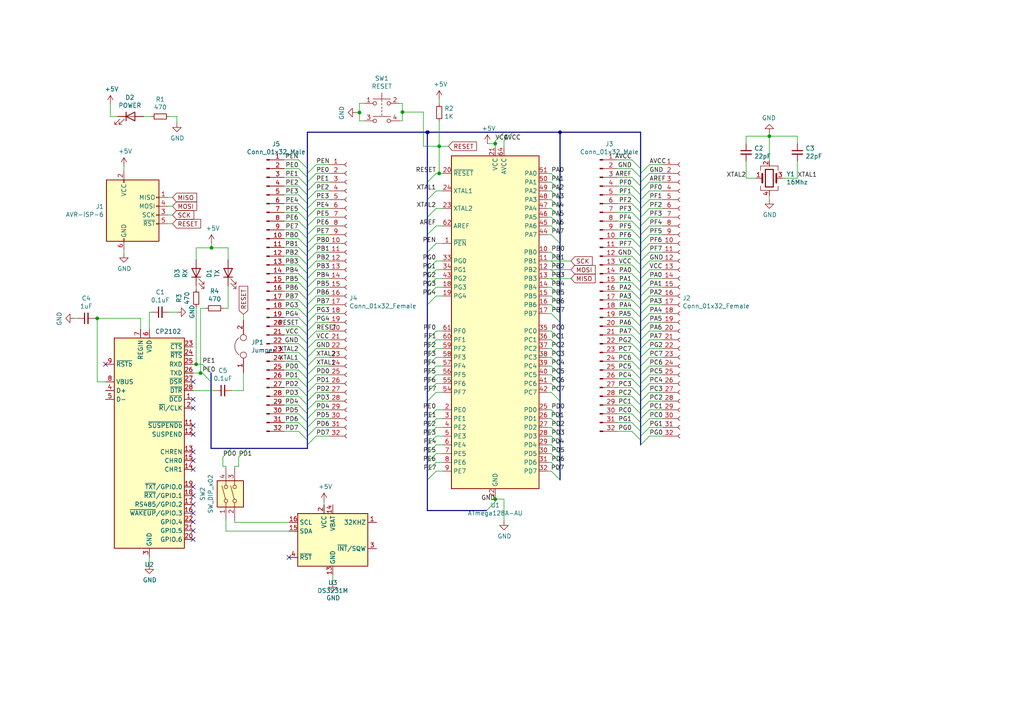
<source format=kicad_sch>
(kicad_sch (version 20211123) (generator eeschema)
  (paper "A4")
  (junction (at 127.381 42.418))
  (junction (at 127.381 50.292))
  (junction (at 162.433 38.354))
  (junction (at 28.194 92.329))
  (junction (at 143.637 144.78))
  (junction (at 56.896 105.664))
  (junction (at 223.139 39.497))
  (junction (at 104.267 32.639))
  (junction (at 123.952 38.354))
  (junction (at 58.166 108.204))
  (junction (at 124.079 38.354))
  (junction (at 143.637 41.656))
  (junction (at 61.341 71.882))
  (junction (at 116.713 32.512))
  (no_connect (at 56.007 151.384))
  (no_connect (at 56.007 136.144))
  (no_connect (at 56.007 148.844))
  (no_connect (at 56.007 153.924))
  (no_connect (at 56.007 110.744))
  (no_connect (at 56.007 141.224))
  (no_connect (at 56.007 118.364))
  (no_connect (at 56.007 143.764))
  (no_connect (at 56.007 156.464))
  (no_connect (at 56.007 131.064))
  (no_connect (at 56.007 146.304))
  (no_connect (at 56.007 125.984))
  (no_connect (at 30.607 105.664))
  (no_connect (at 56.007 115.824))
  (no_connect (at 56.007 133.604))
  (no_connect (at 83.82 161.671))
  (no_connect (at 56.007 123.444))
  (bus_entry (at 91.694 78.232) (size -2.54 2.54))
  (bus_entry (at 183.261 107.315) (size 2.54 2.54))
  (bus_entry (at 91.694 118.872) (size -2.54 2.54))
  (bus_entry (at 69.215 132.588) (size 2.54 -2.54))
  (bus_entry (at 188.341 83.312) (size -2.54 2.54))
  (bus_entry (at 183.261 64.135) (size 2.54 2.54))
  (bus_entry (at 91.694 101.092) (size -2.54 2.54))
  (bus_entry (at 91.694 103.632) (size -2.54 2.54))
  (bus_entry (at 183.261 81.915) (size 2.54 2.54))
  (bus_entry (at 159.893 103.632) (size 2.54 2.54))
  (bus_entry (at 91.694 68.072) (size -2.54 2.54))
  (bus_entry (at 91.694 88.392) (size -2.54 2.54))
  (bus_entry (at 126.492 123.952) (size -2.54 2.54))
  (bus_entry (at 183.261 66.675) (size 2.54 2.54))
  (bus_entry (at 126.492 126.492) (size -2.54 2.54))
  (bus_entry (at 91.694 80.772) (size -2.54 2.54))
  (bus_entry (at 159.893 98.552) (size 2.54 2.54))
  (bus_entry (at 188.341 65.532) (size -2.54 2.54))
  (bus_entry (at 91.694 62.992) (size -2.54 2.54))
  (bus_entry (at 188.341 106.172) (size -2.54 2.54))
  (bus_entry (at 159.893 90.932) (size 2.54 2.54))
  (bus_entry (at 159.893 126.492) (size 2.54 2.54))
  (bus_entry (at 86.614 69.215) (size 2.54 2.54))
  (bus_entry (at 159.893 68.072) (size 2.54 2.54))
  (bus_entry (at 159.893 121.412) (size 2.54 2.54))
  (bus_entry (at 143.637 40.894) (size 2.54 -2.54))
  (bus_entry (at 188.341 108.712) (size -2.54 2.54))
  (bus_entry (at 159.893 62.992) (size 2.54 2.54))
  (bus_entry (at 141.097 148.082) (size 2.54 -2.54))
  (bus_entry (at 86.614 64.135) (size 2.54 2.54))
  (bus_entry (at 183.261 84.455) (size 2.54 2.54))
  (bus_entry (at 91.694 126.492) (size -2.54 2.54))
  (bus_entry (at 188.341 80.772) (size -2.54 2.54))
  (bus_entry (at 159.893 78.232) (size 2.54 2.54))
  (bus_entry (at 159.893 73.152) (size 2.54 2.54))
  (bus_entry (at 188.341 103.632) (size -2.54 2.54))
  (bus_entry (at 86.614 102.235) (size 2.54 2.54))
  (bus_entry (at 126.492 78.232) (size -2.54 2.54))
  (bus_entry (at 126.492 85.852) (size -2.54 2.54))
  (bus_entry (at 183.261 109.855) (size 2.54 2.54))
  (bus_entry (at 126.492 113.792) (size -2.54 2.54))
  (bus_entry (at 188.341 55.372) (size -2.54 2.54))
  (bus_entry (at 86.614 56.515) (size 2.54 2.54))
  (bus_entry (at 91.694 73.152) (size -2.54 2.54))
  (bus_entry (at 183.261 117.475) (size 2.54 2.54))
  (bus_entry (at 86.614 94.615) (size 2.54 2.54))
  (bus_entry (at 159.893 136.652) (size 2.54 2.54))
  (bus_entry (at 159.893 101.092) (size 2.54 2.54))
  (bus_entry (at 159.893 131.572) (size 2.54 2.54))
  (bus_entry (at 188.341 93.472) (size -2.54 2.54))
  (bus_entry (at 86.614 125.095) (size 2.54 2.54))
  (bus_entry (at 159.893 85.852) (size 2.54 2.54))
  (bus_entry (at 159.893 52.832) (size 2.54 2.54))
  (bus_entry (at 183.261 71.755) (size 2.54 2.54))
  (bus_entry (at 91.694 106.172) (size -2.54 2.54))
  (bus_entry (at 188.341 50.292) (size -2.54 2.54))
  (bus_entry (at 91.694 55.372) (size -2.54 2.54))
  (bus_entry (at 86.614 117.475) (size 2.54 2.54))
  (bus_entry (at 159.893 57.912) (size 2.54 2.54))
  (bus_entry (at 188.341 126.492) (size -2.54 2.54))
  (bus_entry (at 126.619 121.412) (size -2.54 2.54))
  (bus_entry (at 86.614 66.675) (size 2.54 2.54))
  (bus_entry (at 91.694 83.312) (size -2.54 2.54))
  (bus_entry (at 64.643 132.588) (size 2.54 -2.54))
  (bus_entry (at 188.341 57.912) (size -2.54 2.54))
  (bus_entry (at 159.893 65.532) (size 2.54 2.54))
  (bus_entry (at 183.261 46.355) (size 2.54 2.54))
  (bus_entry (at 86.614 79.375) (size 2.54 2.54))
  (bus_entry (at 91.694 93.472) (size -2.54 2.54))
  (bus_entry (at 183.261 97.155) (size 2.54 2.54))
  (bus_entry (at 183.261 61.595) (size 2.54 2.54))
  (bus_entry (at 91.694 123.952) (size -2.54 2.54))
  (bus_entry (at 126.492 65.532) (size -2.54 2.54))
  (bus_entry (at 126.492 75.692) (size -2.54 2.54))
  (bus_entry (at 188.341 52.832) (size -2.54 2.54))
  (bus_entry (at 183.261 99.695) (size 2.54 2.54))
  (bus_entry (at 91.694 96.012) (size -2.54 2.54))
  (bus_entry (at 86.614 112.395) (size 2.54 2.54))
  (bus_entry (at 86.614 84.455) (size 2.54 2.54))
  (bus_entry (at 126.492 101.092) (size -2.54 2.54))
  (bus_entry (at 188.341 75.692) (size -2.54 2.54))
  (bus_entry (at 86.614 120.015) (size 2.54 2.54))
  (bus_entry (at 159.893 83.312) (size 2.54 2.54))
  (bus_entry (at 159.893 113.792) (size 2.54 2.54))
  (bus_entry (at 91.694 60.452) (size -2.54 2.54))
  (bus_entry (at 183.261 56.515) (size 2.54 2.54))
  (bus_entry (at 183.261 104.775) (size 2.54 2.54))
  (bus_entry (at 86.614 81.915) (size 2.54 2.54))
  (bus_entry (at 183.261 120.015) (size 2.54 2.54))
  (bus_entry (at 86.614 114.935) (size 2.54 2.54))
  (bus_entry (at 86.614 104.775) (size 2.54 2.54))
  (bus_entry (at 183.261 59.055) (size 2.54 2.54))
  (bus_entry (at 183.261 89.535) (size 2.54 2.54))
  (bus_entry (at 91.694 65.532) (size -2.54 2.54))
  (bus_entry (at 86.614 61.595) (size 2.54 2.54))
  (bus_entry (at 183.261 125.095) (size 2.54 2.54))
  (bus_entry (at 58.674 108.204) (size 2.54 2.54))
  (bus_entry (at 126.492 80.772) (size -2.54 2.54))
  (bus_entry (at 159.893 96.012) (size 2.54 2.54))
  (bus_entry (at 188.341 68.072) (size -2.54 2.54))
  (bus_entry (at 188.341 118.872) (size -2.54 2.54))
  (bus_entry (at 183.261 53.975) (size 2.54 2.54))
  (bus_entry (at 86.614 107.315) (size 2.54 2.54))
  (bus_entry (at 126.492 129.032) (size -2.54 2.54))
  (bus_entry (at 188.341 123.952) (size -2.54 2.54))
  (bus_entry (at 86.614 48.895) (size 2.54 2.54))
  (bus_entry (at 58.674 105.664) (size 2.54 2.54))
  (bus_entry (at 159.893 129.032) (size 2.54 2.54))
  (bus_entry (at 86.614 71.755) (size 2.54 2.54))
  (bus_entry (at 159.893 118.872) (size 2.54 2.54))
  (bus_entry (at 91.694 113.792) (size -2.54 2.54))
  (bus_entry (at 86.614 46.355) (size 2.54 2.54))
  (bus_entry (at 91.694 121.412) (size -2.54 2.54))
  (bus_entry (at 126.492 55.372) (size -2.54 2.54))
  (bus_entry (at 188.341 62.992) (size -2.54 2.54))
  (bus_entry (at 86.614 51.435) (size 2.54 2.54))
  (bus_entry (at 91.694 85.852) (size -2.54 2.54))
  (bus_entry (at 159.893 50.292) (size 2.54 2.54))
  (bus_entry (at 91.694 108.712) (size -2.54 2.54))
  (bus_entry (at 86.614 86.995) (size 2.54 2.54))
  (bus_entry (at 126.492 70.612) (size -2.54 2.54))
  (bus_entry (at 159.893 60.452) (size 2.54 2.54))
  (bus_entry (at 126.492 118.872) (size -2.54 2.54))
  (bus_entry (at 91.694 47.752) (size -2.54 2.54))
  (bus_entry (at 183.261 69.215) (size 2.54 2.54))
  (bus_entry (at 126.492 131.572) (size -2.54 2.54))
  (bus_entry (at 126.492 103.632) (size -2.54 2.54))
  (bus_entry (at 126.492 50.292) (size -2.54 2.54))
  (bus_entry (at 183.261 86.995) (size 2.54 2.54))
  (bus_entry (at 159.893 106.172) (size 2.54 2.54))
  (bus_entry (at 183.261 48.895) (size 2.54 2.54))
  (bus_entry (at 86.614 89.535) (size 2.54 2.54))
  (bus_entry (at 188.341 85.852) (size -2.54 2.54))
  (bus_entry (at 183.261 51.435) (size 2.54 2.54))
  (bus_entry (at 159.893 55.372) (size 2.54 2.54))
  (bus_entry (at 91.694 57.912) (size -2.54 2.54))
  (bus_entry (at 188.341 47.752) (size -2.54 2.54))
  (bus_entry (at 126.492 83.312) (size -2.54 2.54))
  (bus_entry (at 126.492 134.112) (size -2.54 2.54))
  (bus_entry (at 126.492 60.452) (size -2.54 2.54))
  (bus_entry (at 86.614 53.975) (size 2.54 2.54))
  (bus_entry (at 188.341 121.412) (size -2.54 2.54))
  (bus_entry (at 126.492 136.652) (size -2.54 2.54))
  (bus_entry (at 126.492 98.552) (size -2.54 2.54))
  (bus_entry (at 91.694 90.932) (size -2.54 2.54))
  (bus_entry (at 188.341 96.012) (size -2.54 2.54))
  (bus_entry (at 91.694 52.832) (size -2.54 2.54))
  (bus_entry (at 159.893 80.772) (size 2.54 2.54))
  (bus_entry (at 126.492 96.012) (size -2.54 2.54))
  (bus_entry (at 159.893 123.952) (size 2.54 2.54))
  (bus_entry (at 188.341 60.452) (size -2.54 2.54))
  (bus_entry (at 188.341 98.552) (size -2.54 2.54))
  (bus_entry (at 91.694 50.292) (size -2.54 2.54))
  (bus_entry (at 91.694 75.692) (size -2.54 2.54))
  (bus_entry (at 86.614 122.555) (size 2.54 2.54))
  (bus_entry (at 86.614 76.835) (size 2.54 2.54))
  (bus_entry (at 86.614 109.855) (size 2.54 2.54))
  (bus_entry (at 183.261 74.295) (size 2.54 2.54))
  (bus_entry (at 159.893 108.712) (size 2.54 2.54))
  (bus_entry (at 86.614 99.695) (size 2.54 2.54))
  (bus_entry (at 159.893 75.692) (size 2.54 2.54))
  (bus_entry (at 188.341 116.332) (size -2.54 2.54))
  (bus_entry (at 183.261 112.395) (size 2.54 2.54))
  (bus_entry (at 188.341 70.612) (size -2.54 2.54))
  (bus_entry (at 126.492 111.252) (size -2.54 2.54))
  (bus_entry (at 86.614 92.075) (size 2.54 2.54))
  (bus_entry (at 183.261 94.615) (size 2.54 2.54))
  (bus_entry (at 91.694 70.612) (size -2.54 2.54))
  (bus_entry (at 183.261 92.075) (size 2.54 2.54))
  (bus_entry (at 126.492 108.712) (size -2.54 2.54))
  (bus_entry (at 86.614 97.155) (size 2.54 2.54))
  (bus_entry (at 188.341 111.252) (size -2.54 2.54))
  (bus_entry (at 183.261 122.555) (size 2.54 2.54))
  (bus_entry (at 159.893 88.392) (size 2.54 2.54))
  (bus_entry (at 146.177 40.894) (size 2.54 -2.54))
  (bus_entry (at 188.341 73.152) (size -2.54 2.54))
  (bus_entry (at 86.614 59.055) (size 2.54 2.54))
  (bus_entry (at 126.492 106.172) (size -2.54 2.54))
  (bus_entry (at 183.261 76.835) (size 2.54 2.54))
  (bus_entry (at 188.341 78.232) (size -2.54 2.54))
  (bus_entry (at 91.694 116.332) (size -2.54 2.54))
  (bus_entry (at 183.261 114.935) (size 2.54 2.54))
  (bus_entry (at 188.341 113.792) (size -2.54 2.54))
  (bus_entry (at 188.341 88.392) (size -2.54 2.54))
  (bus_entry (at 188.341 90.932) (size -2.54 2.54))
  (bus_entry (at 183.261 102.235) (size 2.54 2.54))
  (bus_entry (at 91.694 111.252) (size -2.54 2.54))
  (bus_entry (at 91.694 98.552) (size -2.54 2.54))
  (bus_entry (at 188.341 101.092) (size -2.54 2.54))
  (bus_entry (at 183.261 79.375) (size 2.54 2.54))
  (bus_entry (at 86.614 74.295) (size 2.54 2.54))
  (bus_entry (at 159.893 111.252) (size 2.54 2.54))
  (bus_entry (at 159.893 134.112) (size 2.54 2.54))
  (wire (pts (xy 28.194 92.329) (xy 40.767 92.329)))
  (bus (pts (xy 185.801 113.792) (xy 185.801 114.935)))
  (bus (pts (xy 123.952 73.152) (xy 123.952 78.232)))
  (wire (pts (xy 115.824 35.052) (xy 116.713 35.052)))
  (wire (pts (xy 95.504 68.072) (xy 91.694 68.072)))
  (wire (pts (xy 159.893 65.532) (xy 158.877 65.532)))
  (bus (pts (xy 185.801 55.372) (xy 185.801 56.515)))
  (wire (pts (xy 192.151 78.232) (xy 188.341 78.232)))
  (wire (pts (xy 50.038 59.817) (xy 48.641 59.817)))
  (bus (pts (xy 146.177 38.354) (xy 148.717 38.354)))
  (bus (pts (xy 89.154 88.392) (xy 89.154 89.535)))
  (wire (pts (xy 35.941 73.533) (xy 35.941 72.517)))
  (bus (pts (xy 162.433 65.532) (xy 162.433 68.072)))
  (wire (pts (xy 51.308 90.551) (xy 49.022 90.551)))
  (wire (pts (xy 103.505 32.639) (xy 104.267 32.639)))
  (bus (pts (xy 185.801 121.412) (xy 185.801 122.555)))
  (wire (pts (xy 56.896 105.664) (xy 56.007 105.664)))
  (wire (pts (xy 86.614 120.015) (xy 82.423 120.015)))
  (wire (pts (xy 82.423 84.455) (xy 86.614 84.455)))
  (wire (pts (xy 68.072 135.636) (xy 68.072 135.255)))
  (wire (pts (xy 143.637 144.78) (xy 143.637 145.542)))
  (wire (pts (xy 159.893 126.492) (xy 158.877 126.492)))
  (bus (pts (xy 185.801 101.092) (xy 185.801 102.235)))
  (bus (pts (xy 162.433 62.992) (xy 162.433 65.532)))
  (bus (pts (xy 89.154 48.895) (xy 89.154 50.292)))
  (wire (pts (xy 216.408 46.736) (xy 216.408 51.689)))
  (wire (pts (xy 159.893 60.452) (xy 158.877 60.452)))
  (wire (pts (xy 40.767 95.504) (xy 40.767 92.329)))
  (wire (pts (xy 158.877 129.032) (xy 159.893 129.032)))
  (wire (pts (xy 61.341 70.612) (xy 61.341 71.882)))
  (wire (pts (xy 126.492 131.572) (xy 128.397 131.572)))
  (bus (pts (xy 89.154 107.315) (xy 89.154 108.712)))
  (bus (pts (xy 89.154 104.775) (xy 89.154 106.172)))
  (bus (pts (xy 162.433 70.612) (xy 162.433 75.692)))
  (wire (pts (xy 95.504 78.232) (xy 91.694 78.232)))
  (wire (pts (xy 126.492 118.872) (xy 128.397 118.872)))
  (wire (pts (xy 231.267 39.497) (xy 231.267 41.656)))
  (bus (pts (xy 162.433 103.632) (xy 162.433 106.172)))
  (wire (pts (xy 158.877 52.832) (xy 159.893 52.832)))
  (bus (pts (xy 162.433 88.392) (xy 162.433 90.932)))
  (bus (pts (xy 162.433 78.232) (xy 162.433 80.772)))
  (wire (pts (xy 179.07 89.535) (xy 183.261 89.535)))
  (wire (pts (xy 159.893 98.552) (xy 158.877 98.552)))
  (wire (pts (xy 126.492 98.552) (xy 128.397 98.552)))
  (bus (pts (xy 148.717 38.354) (xy 162.433 38.354)))
  (wire (pts (xy 126.492 96.012) (xy 128.397 96.012)))
  (bus (pts (xy 89.154 99.695) (xy 89.154 101.092)))
  (bus (pts (xy 89.154 90.932) (xy 89.154 92.075)))
  (wire (pts (xy 159.893 73.152) (xy 158.877 73.152)))
  (bus (pts (xy 185.801 94.615) (xy 185.801 96.012)))
  (wire (pts (xy 96.52 169.037) (xy 96.52 166.751)))
  (bus (pts (xy 185.801 125.095) (xy 185.801 126.492)))
  (bus (pts (xy 185.801 84.455) (xy 185.801 85.852)))
  (bus (pts (xy 89.154 92.075) (xy 89.154 93.472)))
  (bus (pts (xy 123.952 139.192) (xy 123.952 148.082)))
  (wire (pts (xy 82.423 51.435) (xy 86.614 51.435)))
  (wire (pts (xy 188.341 108.712) (xy 192.151 108.712)))
  (bus (pts (xy 185.801 86.995) (xy 185.801 88.392)))
  (wire (pts (xy 179.07 64.135) (xy 183.261 64.135)))
  (wire (pts (xy 127.381 35.179) (xy 127.381 42.418)))
  (wire (pts (xy 126.492 113.792) (xy 128.397 113.792)))
  (wire (pts (xy 183.261 120.015) (xy 179.07 120.015)))
  (wire (pts (xy 32.004 30.226) (xy 32.004 33.782)))
  (wire (pts (xy 188.341 121.412) (xy 192.151 121.412)))
  (wire (pts (xy 95.504 116.332) (xy 91.694 116.332)))
  (wire (pts (xy 64.77 89.408) (xy 66.167 89.408)))
  (wire (pts (xy 188.341 60.452) (xy 192.151 60.452)))
  (bus (pts (xy 89.154 79.375) (xy 89.154 80.772)))
  (bus (pts (xy 89.154 109.855) (xy 89.154 111.252)))
  (wire (pts (xy 69.215 135.255) (xy 69.215 132.588)))
  (wire (pts (xy 82.423 61.595) (xy 86.614 61.595)))
  (bus (pts (xy 89.154 121.412) (xy 89.154 122.555)))
  (bus (pts (xy 89.154 118.872) (xy 89.154 120.015)))
  (bus (pts (xy 123.952 134.112) (xy 123.952 136.652)))
  (wire (pts (xy 91.694 121.412) (xy 95.504 121.412)))
  (wire (pts (xy 183.261 46.355) (xy 179.07 46.355)))
  (wire (pts (xy 188.341 101.092) (xy 192.151 101.092)))
  (wire (pts (xy 82.423 53.975) (xy 86.614 53.975)))
  (wire (pts (xy 183.261 102.235) (xy 179.07 102.235)))
  (wire (pts (xy 192.151 62.992) (xy 188.341 62.992)))
  (bus (pts (xy 89.154 114.935) (xy 89.154 116.332)))
  (wire (pts (xy 223.139 39.497) (xy 223.139 38.608)))
  (wire (pts (xy 188.341 103.632) (xy 192.151 103.632)))
  (bus (pts (xy 185.801 117.475) (xy 185.801 118.872)))
  (wire (pts (xy 126.492 108.712) (xy 128.397 108.712)))
  (bus (pts (xy 89.154 71.755) (xy 89.154 73.152)))
  (bus (pts (xy 89.154 66.675) (xy 89.154 68.072)))
  (wire (pts (xy 50.038 62.357) (xy 48.641 62.357)))
  (wire (pts (xy 159.893 103.632) (xy 158.877 103.632)))
  (wire (pts (xy 91.694 60.452) (xy 95.504 60.452)))
  (wire (pts (xy 95.504 75.692) (xy 91.694 75.692)))
  (wire (pts (xy 158.877 62.992) (xy 159.893 62.992)))
  (wire (pts (xy 179.07 51.435) (xy 183.261 51.435)))
  (wire (pts (xy 126.492 78.232) (xy 128.397 78.232)))
  (bus (pts (xy 185.801 97.155) (xy 185.801 98.552)))
  (wire (pts (xy 91.694 103.632) (xy 95.504 103.632)))
  (wire (pts (xy 82.423 66.675) (xy 86.614 66.675)))
  (bus (pts (xy 185.801 71.755) (xy 185.801 73.152)))
  (bus (pts (xy 162.433 113.792) (xy 162.433 116.332)))
  (wire (pts (xy 192.151 57.912) (xy 188.341 57.912)))
  (wire (pts (xy 162.433 75.692) (xy 165.608 75.692)))
  (wire (pts (xy 159.893 111.252) (xy 158.877 111.252)))
  (wire (pts (xy 159.893 78.232) (xy 162.433 78.232)))
  (wire (pts (xy 141.351 41.656) (xy 143.637 41.656)))
  (bus (pts (xy 89.154 64.135) (xy 89.154 65.532)))
  (wire (pts (xy 158.877 55.372) (xy 159.893 55.372)))
  (wire (pts (xy 86.614 46.355) (xy 82.423 46.355)))
  (wire (pts (xy 183.261 107.315) (xy 179.07 107.315)))
  (bus (pts (xy 185.801 52.832) (xy 185.801 53.975)))
  (wire (pts (xy 192.151 73.152) (xy 188.341 73.152)))
  (wire (pts (xy 43.307 163.83) (xy 43.307 161.544)))
  (wire (pts (xy 143.637 41.656) (xy 143.637 40.894)))
  (wire (pts (xy 158.877 121.412) (xy 159.893 121.412)))
  (wire (pts (xy 91.694 118.872) (xy 95.504 118.872)))
  (bus (pts (xy 162.433 38.354) (xy 185.801 38.354)))
  (wire (pts (xy 126.492 134.112) (xy 128.397 134.112)))
  (bus (pts (xy 89.154 94.615) (xy 89.154 96.012)))
  (bus (pts (xy 89.154 112.395) (xy 89.154 113.792)))
  (wire (pts (xy 158.877 75.692) (xy 159.893 75.692)))
  (wire (pts (xy 179.07 84.455) (xy 183.261 84.455)))
  (wire (pts (xy 51.308 35.687) (xy 51.308 33.782)))
  (wire (pts (xy 127.381 50.292) (xy 128.397 50.292)))
  (wire (pts (xy 82.423 76.835) (xy 86.614 76.835)))
  (wire (pts (xy 86.614 107.315) (xy 82.423 107.315)))
  (wire (pts (xy 192.151 68.072) (xy 188.341 68.072)))
  (wire (pts (xy 66.167 89.408) (xy 66.167 82.931)))
  (bus (pts (xy 89.154 93.472) (xy 89.154 94.615)))
  (bus (pts (xy 185.801 57.912) (xy 185.801 59.055)))
  (wire (pts (xy 188.341 80.772) (xy 192.151 80.772)))
  (bus (pts (xy 185.801 51.435) (xy 185.801 52.832)))
  (wire (pts (xy 126.492 101.092) (xy 128.397 101.092)))
  (bus (pts (xy 89.154 50.292) (xy 89.154 51.435)))
  (bus (pts (xy 123.952 83.312) (xy 123.952 85.852)))
  (wire (pts (xy 126.492 55.372) (xy 128.397 55.372)))
  (wire (pts (xy 65.532 154.051) (xy 83.82 154.051)))
  (wire (pts (xy 32.004 33.782) (xy 34.036 33.782)))
  (bus (pts (xy 89.154 56.515) (xy 89.154 57.912)))
  (wire (pts (xy 91.694 47.752) (xy 95.504 47.752)))
  (wire (pts (xy 43.307 90.551) (xy 43.942 90.551)))
  (wire (pts (xy 91.694 106.172) (xy 95.504 106.172)))
  (wire (pts (xy 159.893 68.072) (xy 158.877 68.072)))
  (bus (pts (xy 162.433 60.452) (xy 162.433 62.992)))
  (bus (pts (xy 89.154 78.232) (xy 89.154 79.375)))
  (wire (pts (xy 91.694 93.472) (xy 95.504 93.472)))
  (bus (pts (xy 61.214 108.204) (xy 61.214 110.744)))
  (wire (pts (xy 86.614 109.855) (xy 82.423 109.855)))
  (wire (pts (xy 82.423 81.915) (xy 86.614 81.915)))
  (wire (pts (xy 43.307 95.504) (xy 43.307 90.551)))
  (bus (pts (xy 185.801 118.872) (xy 185.801 120.015)))
  (wire (pts (xy 116.713 35.052) (xy 116.713 32.512)))
  (bus (pts (xy 162.433 123.952) (xy 162.433 126.492)))
  (bus (pts (xy 89.154 111.252) (xy 89.154 112.395)))
  (bus (pts (xy 89.154 86.995) (xy 89.154 88.392)))
  (wire (pts (xy 56.896 71.882) (xy 61.341 71.882)))
  (wire (pts (xy 30.607 110.744) (xy 28.194 110.744)))
  (bus (pts (xy 89.154 52.832) (xy 89.154 53.975)))
  (wire (pts (xy 192.151 50.292) (xy 188.341 50.292)))
  (bus (pts (xy 89.154 55.372) (xy 89.154 56.515)))
  (bus (pts (xy 89.154 102.235) (xy 89.154 103.632)))
  (wire (pts (xy 158.877 88.392) (xy 159.893 88.392)))
  (bus (pts (xy 141.097 148.082) (xy 123.952 148.082)))
  (wire (pts (xy 91.694 96.012) (xy 95.504 96.012)))
  (wire (pts (xy 82.423 97.155) (xy 86.614 97.155)))
  (wire (pts (xy 143.637 42.672) (xy 143.637 41.656)))
  (wire (pts (xy 162.433 80.772) (xy 165.608 80.772)))
  (wire (pts (xy 95.504 73.152) (xy 91.694 73.152)))
  (bus (pts (xy 123.952 52.832) (xy 123.952 57.912)))
  (wire (pts (xy 216.408 41.656) (xy 216.408 39.497)))
  (bus (pts (xy 123.952 80.772) (xy 123.952 83.312)))
  (wire (pts (xy 179.07 74.295) (xy 183.261 74.295)))
  (bus (pts (xy 162.433 83.312) (xy 162.433 85.852)))
  (wire (pts (xy 70.612 108.077) (xy 70.612 113.284)))
  (wire (pts (xy 188.341 113.792) (xy 192.151 113.792)))
  (bus (pts (xy 162.433 111.252) (xy 162.433 113.792)))
  (wire (pts (xy 95.504 65.532) (xy 91.694 65.532)))
  (bus (pts (xy 185.801 74.295) (xy 185.801 75.692)))
  (wire (pts (xy 192.151 70.612) (xy 188.341 70.612)))
  (wire (pts (xy 82.423 69.215) (xy 86.614 69.215)))
  (bus (pts (xy 123.952 62.992) (xy 123.952 68.072)))
  (wire (pts (xy 188.341 88.392) (xy 192.151 88.392)))
  (wire (pts (xy 188.341 90.932) (xy 192.151 90.932)))
  (wire (pts (xy 27.559 92.329) (xy 28.194 92.329)))
  (wire (pts (xy 158.877 83.312) (xy 159.893 83.312)))
  (wire (pts (xy 179.07 86.995) (xy 183.261 86.995)))
  (wire (pts (xy 86.614 112.395) (xy 82.423 112.395)))
  (bus (pts (xy 67.183 130.048) (xy 71.755 130.048)))
  (bus (pts (xy 89.154 57.912) (xy 89.154 59.055)))
  (bus (pts (xy 185.801 60.452) (xy 185.801 61.595)))
  (wire (pts (xy 64.643 135.255) (xy 65.532 135.255)))
  (wire (pts (xy 68.072 150.876) (xy 68.072 151.511)))
  (wire (pts (xy 159.893 134.112) (xy 158.877 134.112)))
  (wire (pts (xy 65.532 150.876) (xy 65.532 154.051)))
  (wire (pts (xy 82.423 56.515) (xy 86.614 56.515)))
  (bus (pts (xy 162.433 57.912) (xy 162.433 60.452)))
  (bus (pts (xy 162.433 68.072) (xy 162.433 70.612)))
  (wire (pts (xy 188.341 118.872) (xy 192.151 118.872)))
  (wire (pts (xy 226.949 51.689) (xy 231.267 51.689)))
  (wire (pts (xy 126.492 80.772) (xy 128.397 80.772)))
  (bus (pts (xy 185.801 62.992) (xy 185.801 64.135)))
  (wire (pts (xy 70.612 91.186) (xy 70.612 92.837)))
  (bus (pts (xy 123.952 88.392) (xy 123.952 98.552)))
  (wire (pts (xy 179.07 61.595) (xy 183.261 61.595)))
  (wire (pts (xy 56.007 113.284) (xy 62.103 113.284)))
  (wire (pts (xy 82.423 114.935) (xy 86.614 114.935)))
  (wire (pts (xy 86.614 117.475) (xy 82.423 117.475)))
  (wire (pts (xy 159.893 131.572) (xy 158.877 131.572)))
  (bus (pts (xy 123.952 101.092) (xy 123.952 103.632)))
  (wire (pts (xy 91.694 108.712) (xy 95.504 108.712)))
  (bus (pts (xy 162.433 134.112) (xy 162.433 136.652)))
  (bus (pts (xy 89.154 106.172) (xy 89.154 107.315)))
  (bus (pts (xy 185.801 79.375) (xy 185.801 80.772)))
  (wire (pts (xy 159.893 90.932) (xy 158.877 90.932)))
  (wire (pts (xy 105.664 35.052) (xy 104.267 35.052)))
  (wire (pts (xy 126.492 111.252) (xy 128.397 111.252)))
  (bus (pts (xy 89.154 117.475) (xy 89.154 118.872)))
  (bus (pts (xy 89.154 129.032) (xy 89.154 130.048)))
  (bus (pts (xy 185.801 93.472) (xy 185.801 94.615)))
  (bus (pts (xy 123.952 121.412) (xy 123.952 126.492)))
  (wire (pts (xy 58.674 105.664) (xy 56.896 105.664)))
  (wire (pts (xy 179.07 71.755) (xy 183.261 71.755)))
  (bus (pts (xy 123.952 85.852) (xy 123.952 88.392)))
  (bus (pts (xy 162.433 98.552) (xy 162.433 101.092)))
  (wire (pts (xy 179.07 114.935) (xy 183.261 114.935)))
  (bus (pts (xy 185.801 78.232) (xy 185.801 79.375)))
  (bus (pts (xy 185.801 99.695) (xy 185.801 101.092)))
  (wire (pts (xy 183.261 117.475) (xy 179.07 117.475)))
  (bus (pts (xy 89.154 108.712) (xy 89.154 109.855)))
  (wire (pts (xy 126.492 123.952) (xy 128.397 123.952)))
  (wire (pts (xy 116.713 29.972) (xy 115.824 29.972)))
  (wire (pts (xy 56.896 89.027) (xy 56.896 105.664)))
  (bus (pts (xy 89.154 62.992) (xy 89.154 64.135)))
  (bus (pts (xy 89.154 74.295) (xy 89.154 75.692)))
  (bus (pts (xy 89.154 70.612) (xy 89.154 71.755)))
  (wire (pts (xy 126.492 103.632) (xy 128.397 103.632)))
  (bus (pts (xy 185.801 85.852) (xy 185.801 86.995)))
  (wire (pts (xy 143.637 144.78) (xy 146.177 144.78)))
  (bus (pts (xy 185.801 76.835) (xy 185.801 78.232)))
  (bus (pts (xy 185.801 122.555) (xy 185.801 123.952)))
  (wire (pts (xy 48.641 64.897) (xy 50.038 64.897)))
  (bus (pts (xy 89.154 73.152) (xy 89.154 74.295)))
  (wire (pts (xy 58.166 89.408) (xy 59.69 89.408)))
  (wire (pts (xy 126.492 83.312) (xy 128.397 83.312)))
  (wire (pts (xy 126.492 75.692) (xy 128.397 75.692)))
  (bus (pts (xy 162.433 93.472) (xy 162.433 98.552)))
  (wire (pts (xy 65.532 135.255) (xy 65.532 135.636)))
  (bus (pts (xy 185.801 108.712) (xy 185.801 109.855)))
  (wire (pts (xy 95.504 55.372) (xy 91.694 55.372)))
  (bus (pts (xy 89.154 84.455) (xy 89.154 85.852)))
  (wire (pts (xy 86.614 94.615) (xy 82.423 94.615)))
  (wire (pts (xy 86.614 122.555) (xy 82.423 122.555)))
  (wire (pts (xy 61.341 71.882) (xy 66.167 71.882)))
  (bus (pts (xy 89.154 53.975) (xy 89.154 55.372)))
  (bus (pts (xy 89.154 120.015) (xy 89.154 121.412)))
  (wire (pts (xy 95.504 126.492) (xy 91.694 126.492)))
  (wire (pts (xy 159.893 85.852) (xy 158.877 85.852)))
  (wire (pts (xy 91.694 111.252) (xy 95.504 111.252)))
  (bus (pts (xy 89.154 101.092) (xy 89.154 102.235)))
  (wire (pts (xy 86.614 79.375) (xy 82.423 79.375)))
  (wire (pts (xy 159.893 57.912) (xy 158.877 57.912)))
  (wire (pts (xy 183.261 104.775) (xy 179.07 104.775)))
  (wire (pts (xy 159.893 113.792) (xy 158.877 113.792)))
  (wire (pts (xy 56.007 108.204) (xy 58.166 108.204)))
  (wire (pts (xy 188.341 106.172) (xy 192.151 106.172)))
  (wire (pts (xy 82.423 71.755) (xy 86.614 71.755)))
  (bus (pts (xy 89.154 89.535) (xy 89.154 90.932)))
  (wire (pts (xy 159.893 75.692) (xy 162.433 75.692)))
  (wire (pts (xy 95.504 98.552) (xy 91.694 98.552)))
  (bus (pts (xy 185.801 56.515) (xy 185.801 57.912)))
  (bus (pts (xy 123.952 57.912) (xy 123.952 62.992)))
  (wire (pts (xy 223.139 57.912) (xy 223.139 56.769)))
  (bus (pts (xy 124.079 38.354) (xy 146.177 38.354)))
  (wire (pts (xy 116.713 32.512) (xy 122.809 32.512)))
  (wire (pts (xy 192.151 75.692) (xy 188.341 75.692)))
  (bus (pts (xy 162.433 129.032) (xy 162.433 131.572)))
  (bus (pts (xy 185.801 127.635) (xy 185.801 129.032)))
  (wire (pts (xy 95.504 52.832) (xy 91.694 52.832)))
  (wire (pts (xy 104.267 29.972) (xy 105.664 29.972)))
  (bus (pts (xy 185.801 123.952) (xy 185.801 125.095)))
  (bus (pts (xy 162.433 75.692) (xy 162.433 78.232)))
  (bus (pts (xy 162.433 52.832) (xy 162.433 55.372)))
  (wire (pts (xy 158.877 78.232) (xy 159.893 78.232)))
  (bus (pts (xy 89.154 38.354) (xy 89.154 48.895)))
  (wire (pts (xy 128.397 121.412) (xy 126.619 121.412)))
  (wire (pts (xy 192.151 65.532) (xy 188.341 65.532)))
  (wire (pts (xy 116.713 32.512) (xy 116.713 29.972)))
  (wire (pts (xy 159.893 118.872) (xy 158.877 118.872)))
  (wire (pts (xy 188.341 111.252) (xy 192.151 111.252)))
  (bus (pts (xy 89.154 51.435) (xy 89.154 52.832)))
  (wire (pts (xy 126.492 50.292) (xy 127.381 50.292)))
  (wire (pts (xy 223.139 46.609) (xy 223.139 39.497)))
  (bus (pts (xy 162.433 131.572) (xy 162.433 134.112)))
  (bus (pts (xy 123.952 116.332) (xy 123.952 121.412)))
  (bus (pts (xy 89.154 113.792) (xy 89.154 114.935)))
  (wire (pts (xy 82.423 125.095) (xy 86.614 125.095)))
  (bus (pts (xy 185.801 50.292) (xy 185.801 51.435)))
  (wire (pts (xy 126.492 65.532) (xy 128.397 65.532)))
  (wire (pts (xy 179.07 48.895) (xy 183.261 48.895)))
  (wire (pts (xy 22.479 92.329) (xy 21.59 92.329)))
  (bus (pts (xy 185.801 69.215) (xy 185.801 70.612)))
  (wire (pts (xy 86.614 99.695) (xy 82.423 99.695)))
  (wire (pts (xy 126.492 129.032) (xy 128.397 129.032)))
  (wire (pts (xy 159.893 123.952) (xy 158.877 123.952)))
  (wire (pts (xy 146.177 42.672) (xy 146.177 40.894)))
  (wire (pts (xy 66.167 71.882) (xy 66.167 75.311)))
  (wire (pts (xy 82.423 59.055) (xy 86.614 59.055)))
  (bus (pts (xy 185.801 75.692) (xy 185.801 76.835)))
  (wire (pts (xy 95.504 62.992) (xy 91.694 62.992)))
  (bus (pts (xy 89.154 116.332) (xy 89.154 117.475)))
  (wire (pts (xy 183.261 112.395) (xy 179.07 112.395)))
  (bus (pts (xy 123.952 126.492) (xy 123.952 129.032)))
  (bus (pts (xy 162.433 80.772) (xy 162.433 83.312)))
  (wire (pts (xy 64.643 132.588) (xy 64.643 135.255)))
  (bus (pts (xy 185.801 111.252) (xy 185.801 112.395)))
  (wire (pts (xy 183.261 99.695) (xy 179.07 99.695)))
  (wire (pts (xy 86.614 104.775) (xy 82.423 104.775)))
  (wire (pts (xy 35.941 49.657) (xy 35.941 48.26)))
  (bus (pts (xy 162.433 108.712) (xy 162.433 111.252)))
  (wire (pts (xy 58.166 89.408) (xy 58.166 108.204)))
  (bus (pts (xy 185.801 88.392) (xy 185.801 89.535)))
  (bus (pts (xy 185.801 102.235) (xy 185.801 103.632)))
  (bus (pts (xy 123.952 108.712) (xy 123.952 111.252)))
  (wire (pts (xy 216.408 51.689) (xy 219.329 51.689)))
  (bus (pts (xy 185.801 120.015) (xy 185.801 121.412)))
  (wire (pts (xy 126.492 70.612) (xy 128.397 70.612)))
  (wire (pts (xy 183.261 92.075) (xy 179.07 92.075)))
  (bus (pts (xy 185.801 92.075) (xy 185.801 93.472)))
  (bus (pts (xy 89.154 75.692) (xy 89.154 76.835)))
  (wire (pts (xy 82.423 86.995) (xy 86.614 86.995)))
  (wire (pts (xy 56.896 75.311) (xy 56.896 71.882)))
  (wire (pts (xy 192.151 126.492) (xy 188.341 126.492)))
  (bus (pts (xy 123.952 98.552) (xy 123.952 101.092)))
  (bus (pts (xy 185.801 61.595) (xy 185.801 62.992)))
  (wire (pts (xy 41.656 33.782) (xy 43.942 33.782)))
  (wire (pts (xy 67.183 113.284) (xy 70.612 113.284)))
  (wire (pts (xy 91.694 90.932) (xy 95.504 90.932)))
  (bus (pts (xy 89.154 61.595) (xy 89.154 62.992)))
  (bus (pts (xy 185.801 112.395) (xy 185.801 113.792)))
  (bus (pts (xy 89.154 81.915) (xy 89.154 83.312)))
  (bus (pts (xy 185.801 104.775) (xy 185.801 106.172)))
  (wire (pts (xy 91.694 101.092) (xy 95.504 101.092)))
  (wire (pts (xy 68.072 135.255) (xy 69.215 135.255)))
  (bus (pts (xy 123.952 78.232) (xy 123.952 80.772)))
  (wire (pts (xy 183.261 79.375) (xy 179.07 79.375)))
  (wire (pts (xy 91.694 113.792) (xy 95.504 113.792)))
  (wire (pts (xy 159.893 101.092) (xy 158.877 101.092)))
  (bus (pts (xy 185.801 66.675) (xy 185.801 68.072)))
  (bus (pts (xy 89.154 122.555) (xy 89.154 123.952)))
  (bus (pts (xy 185.801 90.932) (xy 185.801 92.075)))
  (wire (pts (xy 159.893 80.772) (xy 162.433 80.772)))
  (wire (pts (xy 162.433 78.232) (xy 165.608 78.232)))
  (wire (pts (xy 91.694 85.852) (xy 95.504 85.852)))
  (bus (pts (xy 89.154 59.055) (xy 89.154 60.452)))
  (wire (pts (xy 192.151 116.332) (xy 188.341 116.332)))
  (wire (pts (xy 122.809 42.418) (xy 127.381 42.418)))
  (bus (pts (xy 162.433 55.372) (xy 162.433 57.912)))
  (wire (pts (xy 104.267 32.639) (xy 104.267 29.972)))
  (bus (pts (xy 185.801 114.935) (xy 185.801 116.332)))
  (bus (pts (xy 185.801 96.012) (xy 185.801 97.155)))
  (bus (pts (xy 185.801 83.312) (xy 185.801 84.455)))
  (bus (pts (xy 185.801 64.135) (xy 185.801 65.532)))
  (wire (pts (xy 28.194 110.744) (xy 28.194 92.329)))
  (wire (pts (xy 51.308 33.782) (xy 49.022 33.782)))
  (wire (pts (xy 82.423 74.295) (xy 86.614 74.295)))
  (wire (pts (xy 183.261 122.555) (xy 179.07 122.555)))
  (bus (pts (xy 162.433 38.354) (xy 162.433 52.832)))
  (bus (pts (xy 185.801 48.895) (xy 185.801 50.292)))
  (bus (pts (xy 162.433 106.172) (xy 162.433 108.712)))
  (wire (pts (xy 192.151 98.552) (xy 188.341 98.552)))
  (bus (pts (xy 89.154 85.852) (xy 89.154 86.995)))
  (wire (pts (xy 82.423 64.135) (xy 86.614 64.135)))
  (bus (pts (xy 89.154 103.632) (xy 89.154 104.775)))
  (wire (pts (xy 179.07 59.055) (xy 183.261 59.055)))
  (bus (pts (xy 185.801 70.612) (xy 185.801 71.755)))
  (wire (pts (xy 179.07 53.975) (xy 183.261 53.975)))
  (wire (pts (xy 127.381 28.829) (xy 127.381 30.099)))
  (wire (pts (xy 95.504 50.292) (xy 91.694 50.292)))
  (bus (pts (xy 71.755 130.048) (xy 89.154 130.048)))
  (bus (pts (xy 185.801 116.332) (xy 185.801 117.475)))
  (wire (pts (xy 159.893 108.712) (xy 158.877 108.712)))
  (bus (pts (xy 89.154 80.772) (xy 89.154 81.915)))
  (wire (pts (xy 127.381 42.418) (xy 130.048 42.418)))
  (bus (pts (xy 162.433 101.092) (xy 162.433 103.632)))
  (bus (pts (xy 123.952 103.632) (xy 123.952 106.172)))
  (bus (pts (xy 89.154 68.072) (xy 89.154 69.215)))
  (bus (pts (xy 185.801 38.354) (xy 185.801 48.895)))
  (wire (pts (xy 179.07 125.095) (xy 183.261 125.095)))
  (bus (pts (xy 123.952 38.354) (xy 123.952 52.832)))
  (wire (pts (xy 188.341 93.472) (xy 192.151 93.472)))
  (bus (pts (xy 123.952 106.172) (xy 123.952 108.712)))
  (wire (pts (xy 179.07 81.915) (xy 183.261 81.915)))
  (wire (pts (xy 126.492 136.652) (xy 128.397 136.652)))
  (bus (pts (xy 185.801 103.632) (xy 185.801 104.775)))
  (bus (pts (xy 162.433 116.332) (xy 162.433 121.412)))
  (wire (pts (xy 82.423 89.535) (xy 86.614 89.535)))
  (wire (pts (xy 183.261 94.615) (xy 179.07 94.615)))
  (wire (pts (xy 179.07 56.515) (xy 183.261 56.515)))
  (bus (pts (xy 89.154 96.012) (xy 89.154 97.155)))
  (wire (pts (xy 159.893 96.012) (xy 158.877 96.012)))
  (bus (pts (xy 185.801 107.315) (xy 185.801 108.712)))
  (wire (pts (xy 159.893 50.292) (xy 158.877 50.292)))
  (bus (pts (xy 185.801 98.552) (xy 185.801 99.695)))
  (wire (pts (xy 188.341 83.312) (xy 192.151 83.312)))
  (bus (pts (xy 89.154 69.215) (xy 89.154 70.612)))
  (wire (pts (xy 146.177 144.78) (xy 146.177 151.13)))
  (wire (pts (xy 179.07 69.215) (xy 183.261 69.215)))
  (wire (pts (xy 231.267 51.689) (xy 231.267 46.736)))
  (bus (pts (xy 185.801 126.492) (xy 185.801 127.635)))
  (wire (pts (xy 179.07 97.155) (xy 183.261 97.155)))
  (wire (pts (xy 95.504 57.912) (xy 91.694 57.912)))
  (bus (pts (xy 162.433 85.852) (xy 162.433 88.392)))
  (bus (pts (xy 89.154 38.354) (xy 123.952 38.354)))
  (bus (pts (xy 162.433 136.652) (xy 162.433 139.192)))
  (wire (pts (xy 91.694 123.952) (xy 95.504 123.952)))
  (wire (pts (xy 143.637 144.272) (xy 143.637 144.78)))
  (bus (pts (xy 123.952 68.072) (xy 123.952 73.152)))
  (wire (pts (xy 126.492 60.452) (xy 128.397 60.452)))
  (bus (pts (xy 89.154 125.095) (xy 89.154 126.492)))
  (wire (pts (xy 183.261 109.855) (xy 179.07 109.855)))
  (wire (pts (xy 126.492 85.852) (xy 128.397 85.852)))
  (wire (pts (xy 188.341 47.752) (xy 192.151 47.752)))
  (bus (pts (xy 185.801 65.532) (xy 185.801 66.675)))
  (bus (pts (xy 162.433 126.492) (xy 162.433 129.032)))
  (wire (pts (xy 216.408 39.497) (xy 223.139 39.497)))
  (wire (pts (xy 223.139 39.497) (xy 231.267 39.497)))
  (wire (pts (xy 48.641 57.277) (xy 50.038 57.277)))
  (bus (pts (xy 162.433 121.412) (xy 162.433 123.952)))
  (wire (pts (xy 122.809 32.512) (xy 122.809 42.418)))
  (wire (pts (xy 68.072 151.511) (xy 83.82 151.511)))
  (bus (pts (xy 89.154 127.635) (xy 89.154 129.032)))
  (bus (pts (xy 185.801 89.535) (xy 185.801 90.932)))
  (wire (pts (xy 126.492 126.492) (xy 128.397 126.492)))
  (bus (pts (xy 89.154 76.835) (xy 89.154 78.232)))
  (wire (pts (xy 179.07 66.675) (xy 183.261 66.675)))
  (wire (pts (xy 192.151 55.372) (xy 188.341 55.372)))
  (wire (pts (xy 91.694 83.312) (xy 95.504 83.312)))
  (bus (pts (xy 89.154 126.492) (xy 89.154 127.635)))
  (bus (pts (xy 61.214 130.048) (xy 67.183 130.048)))
  (bus (pts (xy 123.952 111.252) (xy 123.952 113.792)))
  (wire (pts (xy 91.694 88.392) (xy 95.504 88.392)))
  (bus (pts (xy 185.801 109.855) (xy 185.801 111.252)))
  (wire (pts (xy 126.492 106.172) (xy 128.397 106.172)))
  (bus (pts (xy 89.154 123.952) (xy 89.154 125.095)))
  (bus (pts (xy 162.433 90.932) (xy 162.433 93.472)))
  (wire (pts (xy 158.877 80.772) (xy 159.893 80.772)))
  (wire (pts (xy 159.893 106.172) (xy 158.877 106.172)))
  (wire (pts (xy 82.423 48.895) (xy 86.614 48.895)))
  (bus (pts (xy 89.154 83.312) (xy 89.154 84.455)))
  (bus (pts (xy 89.154 65.532) (xy 89.154 66.675)))
  (wire (pts (xy 104.267 35.052) (xy 104.267 32.639)))
  (bus (pts (xy 185.801 81.915) (xy 185.801 83.312)))
  (wire (pts (xy 58.166 108.204) (xy 58.674 108.204)))
  (bus (pts (xy 185.801 106.172) (xy 185.801 107.315)))
  (bus (pts (xy 185.801 80.772) (xy 185.801 81.915)))
  (bus (pts (xy 185.801 68.072) (xy 185.801 69.215)))
  (wire (pts (xy 93.98 146.431) (xy 93.98 145.542)))
  (bus (pts (xy 123.952 136.652) (xy 123.952 139.192)))
  (wire (pts (xy 91.694 80.772) (xy 95.504 80.772)))
  (wire (pts (xy 192.151 52.832) (xy 188.341 52.832)))
  (bus (pts (xy 89.154 97.155) (xy 89.154 98.552)))
  (wire (pts (xy 188.341 123.952) (xy 192.151 123.952)))
  (wire (pts (xy 86.614 92.075) (xy 82.423 92.075)))
  (wire (pts (xy 56.896 82.931) (xy 56.896 83.947)))
  (bus (pts (xy 185.801 59.055) (xy 185.801 60.452)))
  (wire (pts (xy 188.341 96.012) (xy 192.151 96.012)))
  (bus (pts (xy 123.952 113.792) (xy 123.952 116.332)))
  (bus (pts (xy 89.154 60.452) (xy 89.154 61.595)))
  (bus (pts (xy 185.801 73.152) (xy 185.801 74.295)))
  (bus (pts (xy 123.952 131.572) (xy 123.952 134.112)))
  (bus (pts (xy 185.801 53.975) (xy 185.801 55.372)))
  (bus (pts (xy 61.214 110.744) (xy 61.214 130.048)))
  (wire (pts (xy 95.504 70.612) (xy 91.694 70.612)))
  (wire (pts (xy 179.07 76.835) (xy 183.261 76.835)))
  (wire (pts (xy 188.341 85.852) (xy 192.151 85.852)))
  (wire (pts (xy 127.381 50.292) (xy 127.381 42.418)))
  (wire (pts (xy 158.877 136.652) (xy 159.893 136.652)))
  (bus (pts (xy 89.154 98.552) (xy 89.154 99.695)))
  (bus (pts (xy 123.952 129.032) (xy 123.952 131.572)))
  (wire (pts (xy 86.614 102.235) (xy 82.423 102.235)))
  (label "PС2" (at 188.341 116.332 0))
  (label "PE2" (at 126.492 123.952 180))
  (label "VCC" (at 91.694 98.552 0))
  (label "PB5" (at 159.893 85.852 0))
  (label "PE4" (at 91.694 60.452 0))
  (label "PD1" (at 69.215 132.588 0))
  (label "PA1" (at 188.341 83.312 0))
  (label "PD0" (at 91.694 108.712 0))
  (label "PA7" (at 159.893 68.072 0))
  (label "PD7" (at 86.614 125.095 180))
  (label "PС3" (at 183.261 112.395 180))
  (label "PA0" (at 183.261 79.375 180))
  (label "PA6" (at 159.893 65.532 0))
  (label "AREF" (at 188.341 52.832 0))
  (label "PE0" (at 86.614 48.895 180))
  (label "PG0" (at 126.492 75.692 180))
  (label "PD2" (at 91.694 113.792 0))
  (label "PF0" (at 183.261 53.975 180))
  (label "PB6" (at 91.694 85.852 0))
  (label "PF3" (at 183.261 61.595 180))
  (label "PF5" (at 188.341 68.072 0))
  (label "PС4" (at 183.261 109.855 180))
  (label "PС1" (at 183.261 117.475 180))
  (label "PA4" (at 188.341 90.932 0))
  (label "PG2" (at 188.341 101.092 0))
  (label "PF6" (at 183.261 69.215 180))
  (label "PF0" (at 188.341 55.372 0))
  (label "PEN" (at 86.614 46.355 180))
  (label "VCC" (at 143.637 40.894 0))
  (label "PB3" (at 159.893 80.772 0))
  (label "PE0" (at 58.674 108.204 0))
  (label "RESET" (at 86.614 94.615 180))
  (label "PС6" (at 183.261 104.775 180))
  (label "PE1" (at 58.674 105.664 0))
  (label "PB7" (at 91.694 88.392 0))
  (label "PG2" (at 183.261 99.695 180))
  (label "XTAL2" (at 86.614 102.235 180))
  (label "PD3" (at 159.893 126.492 0))
  (label "PD3" (at 91.694 116.332 0))
  (label "PB1" (at 86.614 71.755 180))
  (label "PD0" (at 64.643 132.588 0))
  (label "PD5" (at 86.614 120.015 180))
  (label "PE7" (at 86.614 66.675 180))
  (label "PС0" (at 159.893 96.012 0))
  (label "PE2" (at 86.614 53.975 180))
  (label "PF2" (at 183.261 59.055 180))
  (label "PE3" (at 126.492 126.492 180))
  (label "PD7" (at 91.694 126.492 0))
  (label "PG4" (at 86.614 92.075 180))
  (label "VCC" (at 86.614 97.155 180))
  (label "PB6" (at 159.893 88.392 0))
  (label "PF2" (at 126.492 101.092 180))
  (label "PB4" (at 91.694 80.772 0))
  (label "PE0" (at 91.694 50.292 0))
  (label "PС1" (at 188.341 118.872 0))
  (label "PB0" (at 159.893 73.152 0))
  (label "PС3" (at 188.341 113.792 0))
  (label "PD0" (at 86.614 107.315 180))
  (label "PE6" (at 91.694 65.532 0))
  (label "XTAL1" (at 231.267 51.689 0))
  (label "PE4" (at 126.619 129.032 180))
  (label "PF5" (at 183.261 66.675 180))
  (label "PD6" (at 86.614 122.555 180))
  (label "PA2" (at 188.341 85.852 0))
  (label "XTAL1" (at 86.614 104.775 180))
  (label "PС7" (at 183.261 102.235 180))
  (label "PF6" (at 188.341 70.612 0))
  (label "PA5" (at 159.893 62.992 0))
  (label "PG4" (at 126.492 85.852 180))
  (label "PE5" (at 86.614 61.595 180))
  (label "PF7" (at 126.619 113.792 180))
  (label "PD5" (at 159.893 131.572 0))
  (label "PD7" (at 159.766 136.652 0))
  (label "PD6" (at 91.694 123.952 0))
  (label "AVCC" (at 183.261 46.355 180))
  (label "PС4" (at 159.893 106.172 0))
  (label "PA5" (at 183.134 92.075 180))
  (label "PG3" (at 91.694 90.932 0))
  (label "PA6" (at 188.341 96.012 0))
  (label "PD2" (at 159.893 123.952 0))
  (label "PE6" (at 86.614 64.135 180))
  (label "PF4" (at 183.261 64.135 180))
  (label "PEN" (at 126.492 70.612 180))
  (label "PG0" (at 183.261 125.095 180))
  (label "PF1" (at 183.261 56.515 180))
  (label "PF3" (at 126.492 103.632 180))
  (label "PB3" (at 91.694 78.232 0))
  (label "XTAL1" (at 91.694 106.172 0))
  (label "PС4" (at 188.341 111.252 0))
  (label "PF5" (at 126.492 108.712 180))
  (label "PA3" (at 188.341 88.392 0))
  (label "PF1" (at 126.619 98.552 180))
  (label "PС0" (at 188.341 121.412 0))
  (label "PA1" (at 183.261 81.915 180))
  (label "PB0" (at 91.694 70.612 0))
  (label "AREF" (at 183.261 51.435 180))
  (label "PС1" (at 159.893 98.552 0))
  (label "PG1" (at 188.341 123.952 0))
  (label "PD1" (at 86.614 109.855 180))
  (label "PE4" (at 86.614 59.055 180))
  (label "RESET" (at 126.492 50.292 180))
  (label "PB2" (at 91.694 75.692 0))
  (label "PF7" (at 188.341 73.152 0))
  (label "PB0" (at 86.614 69.215 180))
  (label "PD2" (at 86.614 112.395 180))
  (label "PD1" (at 91.694 111.252 0))
  (label "PE0" (at 126.492 118.872 180))
  (label "PB1" (at 159.893 75.692 0))
  (label "PС6" (at 159.893 111.252 0))
  (label "PG0" (at 188.341 126.492 0))
  (label "PС5" (at 159.893 108.712 0))
  (label "PE7" (at 126.619 136.652 180))
  (label "XTAL2" (at 91.694 103.632 0))
  (label "PA4" (at 183.261 89.535 180))
  (label "AVCC" (at 146.177 40.894 0))
  (label "PG2" (at 126.492 80.772 180))
  (label "PB4" (at 86.614 79.375 180))
  (label "PС7" (at 159.893 113.792 0))
  (label "AVCC" (at 188.341 47.752 0))
  (label "PA3" (at 159.893 57.912 0))
  (label "GND" (at 91.694 101.092 0))
  (label "PA5" (at 188.341 93.472 0))
  (label "PE2" (at 91.694 55.372 0))
  (label "PB7" (at 159.893 90.932 0))
  (label "PE7" (at 91.694 68.072 0))
  (label "PF7" (at 183.261 71.755 180))
  (label "XTAL1" (at 126.492 55.372 180))
  (label "PE3" (at 91.694 57.912 0))
  (label "GND" (at 86.614 99.695 180))
  (label "PF1" (at 188.341 57.912 0))
  (label "PB3" (at 86.614 76.835 180))
  (label "PB2" (at 86.614 74.295 180))
  (label "PG3" (at 86.614 89.535 180))
  (label "PB2" (at 159.893 78.232 0))
  (label "XTAL2" (at 216.408 51.689 180))
  (label "GND" (at 188.341 75.692 0))
  (label "PD0" (at 159.893 118.872 0))
  (label "PB7" (at 86.614 86.995 180))
  (label "PB6" (at 86.614 84.455 180))
  (label "PB1" (at 91.694 73.152 0))
  (label "PС2" (at 159.893 101.092 0))
  (label "PD5" (at 91.694 121.412 0))
  (label "PE3" (at 86.614 56.515 180))
  (label "PF0" (at 126.492 96.012 180))
  (label "PС3" (at 159.893 103.632 0))
  (label "PС5" (at 188.341 108.712 0))
  (label "PD4" (at 159.766 129.032 0))
  (label "PF4" (at 126.492 106.172 180))
  (label "PA6" (at 183.261 94.615 180))
  (label "GND" (at 183.261 48.895 180))
  (label "PG1" (at 183.261 122.555 180))
  (label "GND" (at 143.637 145.415 180))
  (label "PС7" (at 188.341 103.632 0))
  (label "PE1" (at 126.619 121.412 180))
  (label "PA0" (at 159.893 50.292 0))
  (label "PD4" (at 86.614 117.475 180))
  (label "VCC" (at 188.341 78.232 0))
  (label "PС5" (at 183.261 107.315 180))
  (label "VCC" (at 183.261 76.835 180))
  (label "PA4" (at 159.893 60.452 0))
  (label "PA1" (at 159.893 52.832 0))
  (label "GND" (at 183.261 74.295 180))
  (label "RESET" (at 91.694 96.012 0))
  (label "PA0" (at 188.341 80.772 0))
  (label "PF4" (at 188.341 65.532 0))
  (label "PG1" (at 126.492 78.232 180))
  (label "XTAL2" (at 126.492 60.452 180))
  (label "PE1" (at 91.694 52.832 0))
  (label "PA3" (at 183.261 86.995 180))
  (label "PD1" (at 159.766 121.412 0))
  (label "PA2" (at 183.261 84.455 180))
  (label "PС2" (at 183.261 114.935 180))
  (label "PEN" (at 91.694 47.752 0))
  (label "PG4" (at 91.694 93.472 0))
  (label "PF3" (at 188.341 62.992 0))
  (label "PB4" (at 159.893 83.312 0))
  (label "PD6" (at 159.893 134.112 0))
  (label "PС0" (at 183.261 120.015 180))
  (label "GND" (at 188.341 50.292 0))
  (label "PС6" (at 188.341 106.172 0))
  (label "PE5" (at 126.492 131.572 180))
  (label "PF6" (at 126.492 111.252 180))
  (label "PA7" (at 183.261 97.155 180))
  (label "PD4" (at 91.694 118.872 0))
  (label "PE6" (at 126.492 134.112 180))
  (label "PA7" (at 188.341 98.552 0))
  (label "PA2" (at 159.893 55.372 0))
  (label "PB5" (at 91.694 83.312 0))
  (label "PE1" (at 86.614 51.435 180))
  (label "PF2" (at 188.341 60.452 0))
  (label "PG3" (at 126.492 83.312 180))
  (label "AREF" (at 126.492 65.532 180))
  (label "PE5" (at 91.694 62.992 0))
  (label "PB5" (at 86.614 81.915 180))
  (label "PD3" (at 86.614 114.935 180))
  (global_label "MISO" (shape input) (at 50.038 57.277 0) (property "Обозначения листов" "${INTERSHEET_REFS}" (effects hide)))
  (global_label "RESET" (shape input) (at 130.048 42.418 0) (property "Обозначения листов" "${INTERSHEET_REFS}" (effects hide)))
  (global_label "SCK" (shape input) (at 50.038 62.357 0) (property "Обозначения листов" "${INTERSHEET_REFS}" (effects hide)))
  (global_label "RESET" (shape input) (at 50.038 64.897 0) (property "Обозначения листов" "${INTERSHEET_REFS}" (effects hide)))
  (global_label "RESET" (shape input) (at 70.612 91.186 90) (property "Обозначения листов" "${INTERSHEET_REFS}" (effects hide)))
  (global_label "SCK" (shape input) (at 165.608 75.692 0) (property "Обозначения листов" "${INTERSHEET_REFS}" (effects hide)))
  (global_label "MISO" (shape input) (at 165.608 80.772 0) (property "Обозначения листов" "${INTERSHEET_REFS}" (effects hide)))
  (global_label "MOSI" (shape input) (at 165.608 78.232 0) (property "Обозначения листов" "${INTERSHEET_REFS}" (effects hide)))
  (global_label "MOSI" (shape input) (at 50.038 59.817 0) (property "Обозначения листов" "${INTERSHEET_REFS}" (effects hide)))
  (symbol (lib_id "ATMEGA128-rescue:ATmega128A-AU-MCU_Microchip_ATmega") (at 143.637 93.472 0) (unit 1)
    (property "Reference" "U1" (at 143.637 146.5326 0))
    (property "Value" "ATmega128A-AU" (at 143.637 148.844 0))
    (property "Footprint" "Package_QFP:TQFP-64_14x14mm_P0.8mm" (effects hide))
    (property "Datasheet" "http://ww1.microchip.com/downloads/en/DeviceDoc/Atmel-8151-8-bit-AVR-ATmega128A_Datasheet.pdf" (effects hide))
  )
  (symbol (lib_id "ATMEGA128-rescue:Conn_01x32_Female-Connector") (at 197.231 85.852 0) (unit 1)
    (property "Reference" "J2" (at 197.9422 86.4616 0) (effects (justify left)))
    (property "Value" "Conn_01x32_Female" (at 197.9422 88.773 0) (effects (justify left)))
    (property "Footprint" "Connector_PinHeader_2.54mm:PinHeader_1x32_P2.54mm_Vertical" (effects hide))
  )
  (symbol (lib_id "ATMEGA128-rescue:Conn_01x32_Male-Connector") (at 173.99 84.455 0) (unit 1)
    (property "Reference" "J3" (at 176.7332 41.7576 0))
    (property "Value" "Conn_01x32_Male" (at 176.7332 44.069 0))
    (property "Footprint" "Connector_PinHeader_2.54mm:PinHeader_1x32_P2.54mm_Vertical" (effects hide))
  )
  (symbol (lib_id "ATMEGA128-rescue:Conn_01x32_Male-Connector") (at 77.343 84.455 0) (unit 1)
    (property "Reference" "J5" (at 80.0862 41.7576 0))
    (property "Value" "Conn_01x32_Male" (at 80.0862 44.069 0))
    (property "Footprint" "Connector_PinHeader_2.54mm:PinHeader_1x32_P2.54mm_Vertical" (effects hide))
  )
  (symbol (lib_id "ATMEGA128-rescue:Conn_01x32_Female-Connector") (at 100.584 85.852 0) (unit 1)
    (property "Reference" "J4" (at 101.2952 86.4616 0) (effects (justify left)))
    (property "Value" "Conn_01x32_Female" (at 101.2952 88.773 0) (effects (justify left)))
    (property "Footprint" "Connector_PinHeader_2.54mm:PinHeader_1x32_P2.54mm_Vertical" (effects hide))
  )
  (symbol (lib_id "ATMEGA128-rescue:AVR-ISP-6-Connector") (at 38.481 62.357 0) (unit 1)
    (property "Reference" "J1" (at 30.1244 59.9186 0) (effects (justify right)))
    (property "Value" "AVR-ISP-6" (at 30.1244 62.23 0) (effects (justify right)))
    (property "Footprint" "Connector_PinHeader_2.54mm:PinHeader_2x03_P2.54mm_Vertical" (effects hide))
    (property "Datasheet" " ~" (effects hide))
  )
  (symbol (lib_id "ATMEGA128-rescue:LED-Device") (at 56.896 79.121 90) (unit 1)
    (property "Reference" "D3" (at 51.3842 79.2988 0))
    (property "Value" "RX" (at 53.6956 79.2988 0))
    (property "Footprint" "LED_SMD:LED_0805_2012Metric_Castellated" (effects hide))
  )
  (symbol (lib_id "ATMEGA128-rescue:LED-Device") (at 66.167 79.121 90) (unit 1)
    (property "Reference" "D1" (at 60.6552 79.2988 0))
    (property "Value" "TX" (at 62.9666 79.2988 0))
    (property "Footprint" "LED_SMD:LED_0805_2012Metric_Castellated" (effects hide))
  )
  (symbol (lib_id "ATMEGA128-rescue:LED-Device") (at 37.846 33.782 0) (unit 1)
    (property "Reference" "D2" (at 37.6682 28.2702 0))
    (property "Value" "POWER" (at 37.6682 30.5816 0))
    (property "Footprint" "LED_SMD:LED_0805_2012Metric_Castellated" (effects hide))
  )
  (symbol (lib_id "ATMEGA128-rescue:CP2102N-A01-GQFN28-Interface_USB") (at 43.307 128.524 0) (unit 1)
    (property "Reference" "U2" (at 43.307 163.8046 0))
    (property "Value" "CP2102" (at 48.768 96.139 0))
    (property "Footprint" "Package_DFN_QFN:QFN-28-1EP_5x5mm_P0.5mm_EP3.35x3.35mm" (effects hide))
    (property "Datasheet" "https://www.silabs.com/documents/public/data-sheets/cp2102n-datasheet.pdf" (effects hide))
  )
  (symbol (lib_id "ATMEGA128-rescue:+5V-power") (at 141.351 41.656 0) (unit 1)
    (property "Reference" "#PWR0101" (effects hide))
    (property "Value" "+5V" (at 141.732 37.2618 0))
  )
  (symbol (lib_id "ATMEGA128-rescue:+5V-power") (at 35.941 48.26 0) (unit 1)
    (property "Reference" "#PWR0102" (effects hide))
    (property "Value" "+5V" (at 36.322 43.8658 0))
  )
  (symbol (lib_id "ATMEGA128-rescue:GND-power") (at 35.941 73.533 0) (unit 1)
    (property "Reference" "#PWR0103" (effects hide))
    (property "Value" "GND" (at 36.068 77.9272 0))
  )
  (symbol (lib_id "ATMEGA128-rescue:GND-power") (at 146.177 151.13 0) (unit 1)
    (property "Reference" "#PWR0104" (effects hide))
    (property "Value" "GND" (at 146.304 155.5242 0))
  )
  (symbol (lib_id "ATMEGA128-rescue:C_Small-Device") (at 46.482 90.551 90) (unit 1)
    (property "Reference" "C1" (at 46.482 84.7344 90))
    (property "Value" "0.1uF" (at 46.482 87.0458 90))
    (property "Footprint" "Capacitor_SMD:C_0603_1608Metric" (effects hide))
  )
  (symbol (lib_id "ATMEGA128-rescue:GND-power") (at 43.307 163.83 0) (unit 1)
    (property "Reference" "#PWR0105" (effects hide))
    (property "Value" "GND" (at 43.434 168.2242 0))
  )
  (symbol (lib_id "ATMEGA128-rescue:GND-power") (at 51.308 90.551 90) (unit 1)
    (property "Reference" "#PWR0106" (effects hide))
    (property "Value" "GND" (at 55.7022 90.424 0))
  )
  (symbol (lib_id "ATMEGA128-rescue:R_Small-Device") (at 46.482 33.782 270) (unit 1)
    (property "Reference" "R1" (at 46.482 28.8036 90))
    (property "Value" "470" (at 46.482 31.115 90))
    (property "Footprint" "Resistor_SMD:R_0805_2012Metric" (effects hide))
  )
  (symbol (lib_id "ATMEGA128-rescue:GND-power") (at 51.308 35.687 0) (unit 1)
    (property "Reference" "#PWR0107" (effects hide))
    (property "Value" "GND" (at 51.435 40.0812 0))
  )
  (symbol (lib_id "ATMEGA128-rescue:+5V-power") (at 32.004 30.226 0) (unit 1)
    (property "Reference" "#PWR0108" (effects hide))
    (property "Value" "+5V" (at 32.385 25.8318 0))
  )
  (symbol (lib_id "ATMEGA128-rescue:Crystal_GND24-Device") (at 223.139 51.689 0) (unit 1)
    (property "Reference" "Y1" (at 228.0666 50.5206 0) (effects (justify left)))
    (property "Value" "16Mhz" (at 228.0666 52.832 0) (effects (justify left)))
    (property "Footprint" "Crystal:Crystal_SMD_2016-4Pin_2.0x1.6mm" (effects hide))
  )
  (symbol (lib_id "ATMEGA128-rescue:GND-power") (at 223.139 57.912 0) (unit 1)
    (property "Reference" "#PWR0109" (effects hide))
    (property "Value" "GND" (at 223.266 62.3062 0))
  )
  (symbol (lib_id "ATMEGA128-rescue:GND-power") (at 223.139 38.608 180) (unit 1)
    (property "Reference" "#PWR0110" (effects hide))
    (property "Value" "GND" (at 223.012 34.2138 0))
  )
  (symbol (lib_id "ATMEGA128-rescue:C_Small-Device") (at 231.267 44.196 0) (unit 1)
    (property "Reference" "C3" (at 233.6038 43.0276 0) (effects (justify left)))
    (property "Value" "22pF" (at 233.6038 45.339 0) (effects (justify left)))
    (property "Footprint" "Capacitor_SMD:C_0603_1608Metric" (effects hide))
  )
  (symbol (lib_id "ATMEGA128-rescue:C_Small-Device") (at 216.408 44.196 0) (mirror y) (unit 1)
    (property "Reference" "C2" (at 218.7448 43.0276 0) (effects (justify right)))
    (property "Value" "22pF" (at 218.7448 45.339 0) (effects (justify right)))
    (property "Footprint" "Capacitor_SMD:C_0603_1608Metric" (effects hide))
  )
  (symbol (lib_id "ATMEGA128-rescue:C_Small-Device") (at 25.019 92.329 90) (unit 1)
    (property "Reference" "C4" (at 25.019 86.5124 90))
    (property "Value" "1uF" (at 25.019 88.8238 90))
    (property "Footprint" "Capacitor_SMD:C_0603_1608Metric" (effects hide))
  )
  (symbol (lib_id "ATMEGA128-rescue:GND-power") (at 21.59 92.329 270) (unit 1)
    (property "Reference" "#PWR0111" (effects hide))
    (property "Value" "GND" (at 17.1958 92.456 0))
  )
  (symbol (lib_id "ATMEGA128-rescue:C_Small-Device") (at 64.643 113.284 90) (unit 1)
    (property "Reference" "C5" (at 64.643 107.4674 90))
    (property "Value" "0.1uF" (at 64.643 109.7788 90))
    (property "Footprint" "Capacitor_SMD:C_0603_1608Metric" (effects hide))
  )
  (symbol (lib_id "ATMEGA128-rescue:+5V-power") (at 127.381 28.829 0) (unit 1)
    (property "Reference" "#PWR0112" (effects hide))
    (property "Value" "+5V" (at 127.762 24.4348 0))
  )
  (symbol (lib_id "ATMEGA128-rescue:R_Small-Device") (at 127.381 32.639 0) (unit 1)
    (property "Reference" "R2" (at 128.8796 31.4706 0) (effects (justify left)))
    (property "Value" "1K" (at 128.8796 33.782 0) (effects (justify left)))
    (property "Footprint" "Resistor_SMD:R_0603_1608Metric" (effects hide))
  )
  (symbol (lib_id "ATMEGA128-rescue:SW_Push_Dual-Switch") (at 110.744 29.972 0) (unit 1)
    (property "Reference" "SW1" (at 110.744 22.733 0))
    (property "Value" "RESET" (at 110.744 25.0444 0))
    (property "Footprint" "Button_Switch_SMD:SW_SPST_TL3342" (effects hide))
  )
  (symbol (lib_id "ATMEGA128-rescue:GND-power") (at 103.505 32.639 270) (unit 1)
    (property "Reference" "#PWR0113" (effects hide))
    (property "Value" "GND" (at 99.1108 32.766 0))
  )
  (symbol (lib_id "ATMEGA128-rescue:R_Small-Device") (at 62.23 89.408 270) (unit 1)
    (property "Reference" "R4" (at 62.23 84.4296 90))
    (property "Value" "470" (at 62.23 86.741 90))
    (property "Footprint" "Resistor_SMD:R_0805_2012Metric" (effects hide))
  )
  (symbol (lib_id "ATMEGA128-rescue:R_Small-Device") (at 56.896 86.487 0) (unit 1)
    (property "Reference" "R3" (at 51.9176 86.487 90))
    (property "Value" "470" (at 54.229 86.487 90))
    (property "Footprint" "Resistor_SMD:R_0805_2012Metric" (effects hide))
  )
  (symbol (lib_id "ATMEGA128-rescue:+5V-power") (at 61.341 70.612 0) (unit 1)
    (property "Reference" "#PWR0114" (effects hide))
    (property "Value" "+5V" (at 61.722 66.2178 0))
  )
  (symbol (lib_id "ATMEGA128-rescue:Jumper-Device") (at 70.612 100.457 90) (unit 1)
    (property "Reference" "JP1" (at 72.8472 99.2886 90) (effects (justify right)))
    (property "Value" "Jumper" (at 72.8472 101.6 90) (effects (justify right)))
    (property "Footprint" "Connector_PinHeader_2.54mm:PinHeader_1x02_P2.54mm_Vertical" (effects hide))
  )
  (symbol (lib_id "ATMEGA128-rescue:DS3231M-Timer_RTC") (at 96.52 156.591 0) (unit 1)
    (property "Reference" "U3" (at 96.52 169.0116 0))
    (property "Value" "DS3231M" (at 96.52 171.323 0))
    (property "Footprint" "Package_SO:SOIC-16W_7.5x10.3mm_P1.27mm" (effects hide))
    (property "Datasheet" "http://datasheets.maximintegrated.com/en/ds/DS3231.pdf" (effects hide))
  )
  (symbol (lib_id "ATMEGA128-rescue:GND-power") (at 96.52 169.037 0) (unit 1)
    (property "Reference" "#PWR0115" (effects hide))
    (property "Value" "GND" (at 96.647 173.4312 0))
  )
  (symbol (lib_id "ATMEGA128-rescue:+5V-power") (at 93.98 145.542 0) (unit 1)
    (property "Reference" "#PWR0116" (effects hide))
    (property "Value" "+5V" (at 94.361 141.1478 0))
  )
  (symbol (lib_id "ATMEGA128-rescue:SW_DIP_x02-Switch") (at 68.072 143.256 90) (unit 1)
    (property "Reference" "SW2" (at 58.7502 143.256 0))
    (property "Value" "SW_DIP_x02" (at 61.0616 143.256 0))
  )
)
</source>
